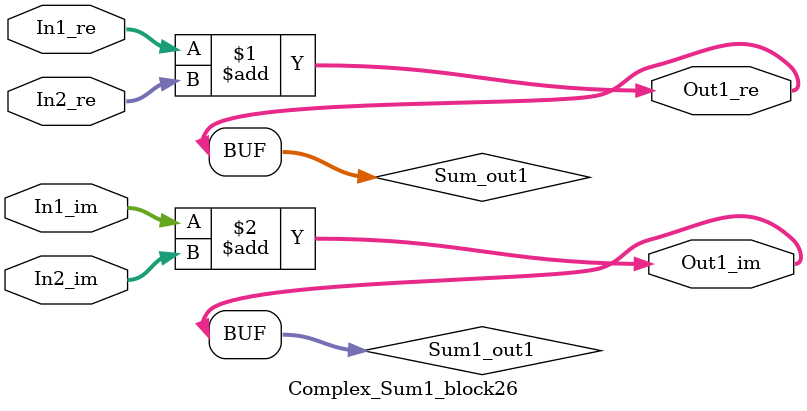
<source format=v>



`timescale 1 ns / 1 ns

module Complex_Sum1_block26
          (In1_re,
           In1_im,
           In2_re,
           In2_im,
           Out1_re,
           Out1_im);


  input   signed [36:0] In1_re;  // sfix37_En22
  input   signed [36:0] In1_im;  // sfix37_En22
  input   signed [36:0] In2_re;  // sfix37_En22
  input   signed [36:0] In2_im;  // sfix37_En22
  output  signed [36:0] Out1_re;  // sfix37_En22
  output  signed [36:0] Out1_im;  // sfix37_En22


  wire signed [36:0] Sum_out1;  // sfix37_En22
  wire signed [36:0] Sum1_out1;  // sfix37_En22


  assign Sum_out1 = In1_re + In2_re;



  assign Out1_re = Sum_out1;

  assign Sum1_out1 = In1_im + In2_im;



  assign Out1_im = Sum1_out1;

endmodule  // Complex_Sum1_block26


</source>
